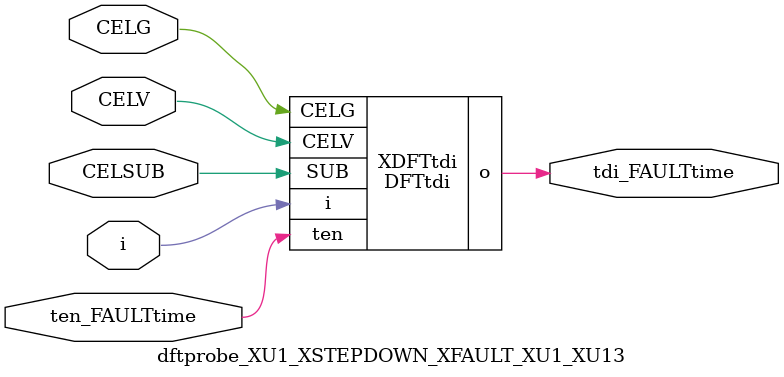
<source format=v>


module DFTtdi ( o, CELV, SUB, i, ten, CELG );

  input CELV;
  input ten;
  input i;
  output o;
  input CELG;
  input SUB;
endmodule


module dftprobe_XU1_XSTEPDOWN_XFAULT_XU1_XU13 (i,tdi_FAULTtime,ten_FAULTtime,CELG,CELSUB,CELV);
input  i;
output  tdi_FAULTtime;
input  ten_FAULTtime;
input  CELG;
input  CELSUB;
input  CELV;

DFTtdi XDFTtdi(
  .i (i),
  .o (tdi_FAULTtime),
  .ten (ten_FAULTtime),
  .CELG (CELG),
  .SUB (CELSUB),
  .CELV (CELV)
);

endmodule


</source>
